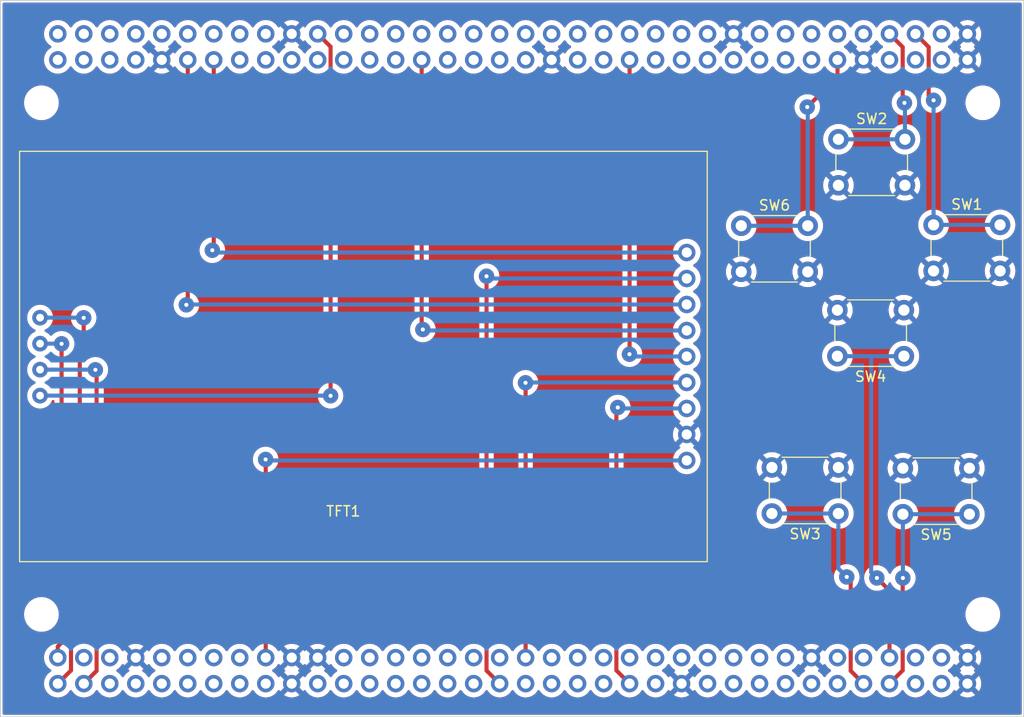
<source format=kicad_pcb>
(kicad_pcb (version 20221018) (generator pcbnew)
  (layers (0 "F.Cu" signal) (31 "B.Cu" signal) (34 "B.Paste" user) (35 "F.Paste" user) (36 "B.SilkS" user "B.Silkscreen") (37 "F.SilkS" user "F.Silkscreen") (38 "B.Mask" user) (39 "F.Mask" user) (44 "Edge.Cuts" user))
  (net 0 "")
  (net 14 "5V")
  (net 29 "LCD_RD")
  (net 31 "LCD_WR")
  (net 35 "LCD_CS")
  (net 47 "LCD_RST")
  (net 49 "sw1")
  (net 51 "sw2")
  (net 52 "sw6")
  (net 88 "LCD_RS")
  (net 94 "sw4")
  (net 96 "LCD_BL")
  (net 97 "sw5")
  (net 99 "sw3")
  (net 102 "GND")
  (net 103 "SPI_MISO")
  (net 104 "SPI_MOSI")
  (net 105 "PEN")
  (net 106 "F_CS")
  (net 107 "T_CS")
  (net 108 "SPI_CLK")
  (net 109 "SD_CS")
  (net 112 "D0")
  (net 113 "D1")
  (net 114 "D2")
  (net 115 "D3")
  (net 116 "D4")
  (net 117 "D5")
  (net 118 "D6")
  (net 119 "D7")
  (net 120 "D8")
  (net 121 "D9")
  (net 122 "D10")
  (net 123 "D11")
  (net 124 "D12")
  (net 125 "D13")
  (net 126 "D14")
  (net 127 "D15")
  (net 128 "SD_MOSI")
  (net 129 "SD_CLK")
  (net 130 "SD_MISO")
  (footprint "zombie_display:2.2_TFT_ILI9341_SPI" (layer "F.Cu") (at 183.365 74.787 180)
    (fp_text reference "TFT1" (at 35.56 -35.179) (layer "F.SilkS"))
    (fp_text value "2.2_TFT_ILI9341_SPI")
    (fp_line (start 0 -40.1) (end 67.2 -40.1) (stroke (width 0.12)) (layer "F.SilkS"))
    (fp_line (start 0 0) (end 0 -40.1) (stroke (width 0.12)) (layer "F.SilkS"))
    (fp_line (start 0 0) (end 67.2 0) (stroke (width 0.12)) (layer "F.SilkS"))
    (fp_line (start 67.2 0) (end 67.2 -40.1) (stroke (width 0.12)) (layer "F.SilkS"))
    (pad "1" thru_hole circle (at 2 -30.21) (size 1.7 1.7) (drill 1) (layers "*.Cu" "*.Mask") (net 14 "5V"))
    (pad "2" thru_hole circle (at 2 -27.67) (size 1.7 1.7) (drill 1) (layers "*.Cu" "*.Mask") (net 102 "GND"))
    (pad "3" thru_hole circle (at 2 -25.13) (size 1.7 1.7) (drill 1) (layers "*.Cu" "*.Mask") (net 35 "LCD_CS"))
    (pad "4" thru_hole circle (at 2 -22.59) (size 1.7 1.7) (drill 1) (layers "*.Cu" "*.Mask") (net 47 "LCD_RST"))
    (pad "5" thru_hole circle (at 2 -20.05) (size 1.7 1.7) (drill 1) (layers "*.Cu" "*.Mask") (net 88 "LCD_RS"))
    (pad "6" thru_hole circle (at 2 -17.51) (size 1.7 1.7) (drill 1) (layers "*.Cu" "*.Mask") (net 104 "SPI_MOSI"))
    (pad "7" thru_hole circle (at 2 -14.97) (size 1.7 1.7) (drill 1) (layers "*.Cu" "*.Mask") (net 108 "SPI_CLK"))
    (pad "8" thru_hole circle (at 2 -12.43) (size 1.7 1.7) (drill 1) (layers "*.Cu" "*.Mask") (net 96 "LCD_BL"))
    (pad "9" thru_hole circle (at 2 -9.89) (size 1.7 1.7) (drill 1) (layers "*.Cu" "*.Mask") (net 103 "SPI_MISO"))
    (pad "10" thru_hole circle (at 65.2 -23.876 180) (size 1.524 1.524) (drill 0.762) (layers "*.Cu" "*.Mask") (net 109 "SD_CS"))
    (pad "11" thru_hole circle (at 65.2 -21.336 180) (size 1.524 1.524) (drill 0.762) (layers "*.Cu" "*.Mask") (net 128 "SD_MOSI"))
    (pad "12" thru_hole circle (at 65.2 -18.796 180) (size 1.524 1.524) (drill 0.762) (layers "*.Cu" "*.Mask") (net 130 "SD_MISO"))
    (pad "13" thru_hole circle (at 65.2 -16.256 180) (size 1.524 1.524) (drill 0.762) (layers "*.Cu" "*.Mask") (net 129 "SD_CLK"))
  )
  (footprint "zombie_nucleo:ST_Morpho_Connector_144_Short" (layer "F.Cu") (at 119.9 126.808 90)
    (fp_text reference "U1" hide)
    (fp_text value "NUCLEO144" hide)
    (pad "1" thru_hole circle (at 0 0 90) (size 1.7 1.7) (drill 1) (layers "*.Cu" "*.Mask") (net 129 "SD_CLK"))
    (pad "2" thru_hole circle (at 2.54 0 90) (size 1.7 1.7) (drill 1) (layers "*.Cu" "*.Mask") (net 130 "SD_MISO"))
    (pad "3" thru_hole circle (at 0 2.54 90) (size 1.7 1.7) (drill 1) (layers "*.Cu" "*.Mask") (net 128 "SD_MOSI"))
    (pad "4" thru_hole circle (at 2.54 2.54 90) (size 1.7 1.7) (drill 1) (layers "*.Cu" "*.Mask"))
    (pad "5" thru_hole circle (at 0 5.08 90) (size 1.7 1.7) (drill 1) (layers "*.Cu" "*.Mask"))
    (pad "6" thru_hole circle (at 2.54 5.08 90) (size 1.7 1.7) (drill 1) (layers "*.Cu" "*.Mask"))
    (pad "7" thru_hole circle (at 0 7.62 90) (size 1.7 1.7) (drill 1) (layers "*.Cu" "*.Mask"))
    (pad "8" thru_hole circle (at 2.54 7.62 90) (size 1.7 1.7) (drill 1) (layers "*.Cu" "*.Mask") (net 102 "GND"))
    (pad "9" thru_hole circle (at 0 10.16 90) (size 1.7 1.7) (drill 1) (layers "*.Cu" "*.Mask"))
    (pad "10" thru_hole circle (at 2.54 10.16 90) (size 1.7 1.7) (drill 1) (layers "*.Cu" "*.Mask"))
    (pad "11" thru_hole circle (at 0 12.7 90) (size 1.7 1.7) (drill 1) (layers "*.Cu" "*.Mask"))
    (pad "12" thru_hole circle (at 2.54 12.7 90) (size 1.7 1.7) (drill 1) (layers "*.Cu" "*.Mask"))
    (pad "13" thru_hole circle (at 0 15.24 90) (size 1.7 1.7) (drill 1) (layers "*.Cu" "*.Mask"))
    (pad "14" thru_hole circle (at 2.54 15.24 90) (size 1.7 1.7) (drill 1) (layers "*.Cu" "*.Mask"))
    (pad "15" thru_hole circle (at 0 17.78 90) (size 1.7 1.7) (drill 1) (layers "*.Cu" "*.Mask"))
    (pad "16" thru_hole circle (at 2.54 17.78 90) (size 1.7 1.7) (drill 1) (layers "*.Cu" "*.Mask"))
    (pad "17" thru_hole circle (at 0 20.32 90) (size 1.7 1.7) (drill 1) (layers "*.Cu" "*.Mask"))
    (pad "18" thru_hole circle (at 2.54 20.32 90) (size 1.7 1.7) (drill 1) (layers "*.Cu" "*.Mask") (net 14 "5V"))
    (pad "19" thru_hole circle (at 0 22.86 90) (size 1.7 1.7) (drill 1) (layers "*.Cu" "*.Mask") (net 102 "GND"))
    (pad "20" thru_hole circle (at 2.54 22.86 90) (size 1.7 1.7) (drill 1) (layers "*.Cu" "*.Mask") (net 102 "GND"))
    (pad "21" thru_hole circle (at 0 25.4 90) (size 1.7 1.7) (drill 1) (layers "*.Cu" "*.Mask"))
    (pad "22" thru_hole circle (at 2.54 25.4 90) (size 1.7 1.7) (drill 1) (layers "*.Cu" "*.Mask") (net 102 "GND"))
    (pad "23" thru_hole circle (at 0 27.94 90) (size 1.7 1.7) (drill 1) (layers "*.Cu" "*.Mask"))
    (pad "24" thru_hole circle (at 2.54 27.94 90) (size 1.7 1.7) (drill 1) (layers "*.Cu" "*.Mask"))
    (pad "25" thru_hole circle (at 0 30.48 90) (size 1.7 1.7) (drill 1) (layers "*.Cu" "*.Mask"))
    (pad "26" thru_hole circle (at 2.54 30.48 90) (size 1.7 1.7) (drill 1) (layers "*.Cu" "*.Mask"))
    (pad "27" thru_hole circle (at 0 33.02 90) (size 1.7 1.7) (drill 1) (layers "*.Cu" "*.Mask"))
    (pad "28" thru_hole circle (at 2.54 33.02 90) (size 1.7 1.7) (drill 1) (layers "*.Cu" "*.Mask"))
    (pad "29" thru_hole circle (at 0 35.56 90) (size 1.7 1.7) (drill 1) (layers "*.Cu" "*.Mask"))
    (pad "30" thru_hole circle (at 2.54 35.56 90) (size 1.7 1.7) (drill 1) (layers "*.Cu" "*.Mask"))
    (pad "31" thru_hole circle (at 0 38.1 90) (size 1.7 1.7) (drill 1) (layers "*.Cu" "*.Mask"))
    (pad "32" thru_hole circle (at 2.54 38.1 90) (size 1.7 1.7) (drill 1) (layers "*.Cu" "*.Mask"))
    (pad "33" thru_hole circle (at 0 40.64 90) (size 1.7 1.7) (drill 1) (layers "*.Cu" "*.Mask"))
    (pad "34" thru_hole circle (at 2.54 40.64 90) (size 1.7 1.7) (drill 1) (layers "*.Cu" "*.Mask"))
    (pad "35" thru_hole circle (at 0 43.18 90) (size 1.7 1.7) (drill 1) (layers "*.Cu" "*.Mask") (net 96 "LCD_BL"))
    (pad "36" thru_hole circle (at 2.54 43.18 90) (size 1.7 1.7) (drill 1) (layers "*.Cu" "*.Mask"))
    (pad "37" thru_hole circle (at 0 45.72 90) (size 1.7 1.7) (drill 1) (layers "*.Cu" "*.Mask") (net 105 "PEN"))
    (pad "38" thru_hole circle (at 2.54 45.72 90) (size 1.7 1.7) (drill 1) (layers "*.Cu" "*.Mask") (net 47 "LCD_RST"))
    (pad "39" thru_hole circle (at 0 48.26 90) (size 1.7 1.7) (drill 1) (layers "*.Cu" "*.Mask") (net 29 "LCD_RD"))
    (pad "40" thru_hole circle (at 2.54 48.26 90) (size 1.7 1.7) (drill 1) (layers "*.Cu" "*.Mask"))
    (pad "41" thru_hole circle (at 0 50.8 90) (size 1.7 1.7) (drill 1) (layers "*.Cu" "*.Mask") (net 31 "LCD_WR"))
    (pad "42" thru_hole circle (at 2.54 50.8 90) (size 1.7 1.7) (drill 1) (layers "*.Cu" "*.Mask"))
    (pad "43" thru_hole circle (at 0 53.34 90) (size 1.7 1.7) (drill 1) (layers "*.Cu" "*.Mask"))
    (pad "44" thru_hole circle (at 2.54 53.34 90) (size 1.7 1.7) (drill 1) (layers "*.Cu" "*.Mask"))
    (pad "45" thru_hole circle (at 0 55.88 90) (size 1.7 1.7) (drill 1) (layers "*.Cu" "*.Mask") (net 35 "LCD_CS"))
    (pad "46" thru_hole circle (at 2.54 55.88 90) (size 1.7 1.7) (drill 1) (layers "*.Cu" "*.Mask"))
    (pad "47" thru_hole circle (at 0 58.42 90) (size 1.7 1.7) (drill 1) (layers "*.Cu" "*.Mask"))
    (pad "48" thru_hole circle (at 2.54 58.42 90) (size 1.7 1.7) (drill 1) (layers "*.Cu" "*.Mask"))
    (pad "49" thru_hole circle (at 0 60.96 90) (size 1.7 1.7) (drill 1) (layers "*.Cu" "*.Mask") (net 102 "GND"))
    (pad "50" thru_hole circle (at 2.54 60.96 90) (size 1.7 1.7) (drill 1) (layers "*.Cu" "*.Mask"))
    (pad "51" thru_hole circle (at 0 63.5 90) (size 1.7 1.7) (drill 1) (layers "*.Cu" "*.Mask"))
    (pad "52" thru_hole circle (at 2.54 63.5 90) (size 1.7 1.7) (drill 1) (layers "*.Cu" "*.Mask"))
    (pad "53" thru_hole circle (at 0 66.04 90) (size 1.7 1.7) (drill 1) (layers "*.Cu" "*.Mask"))
    (pad "54" thru_hole circle (at 2.54 66.04 90) (size 1.7 1.7) (drill 1) (layers "*.Cu" "*.Mask"))
    (pad "55" thru_hole circle (at 0 68.58 90) (size 1.7 1.7) (drill 1) (layers "*.Cu" "*.Mask") (net 115 "D3"))
    (pad "56" thru_hole circle (at 2.54 68.58 90) (size 1.7 1.7) (drill 1) (layers "*.Cu" "*.Mask"))
    (pad "57" thru_hole circle (at 0 71.12 90) (size 1.7 1.7) (drill 1) (layers "*.Cu" "*.Mask") (net 114 "D2"))
    (pad "58" thru_hole circle (at 2.54 71.12 90) (size 1.7 1.7) (drill 1) (layers "*.Cu" "*.Mask"))
    (pad "59" thru_hole circle (at 0 73.66 90) (size 1.7 1.7) (drill 1) (layers "*.Cu" "*.Mask"))
    (pad "60" thru_hole circle (at 2.54 73.66 90) (size 1.7 1.7) (drill 1) (layers "*.Cu" "*.Mask") (net 102 "GND"))
    (pad "61" thru_hole circle (at 0 76.2 90) (size 1.7 1.7) (drill 1) (layers "*.Cu" "*.Mask"))
    (pad "62" thru_hole circle (at 2.54 76.2 90) (size 1.7 1.7) (drill 1) (layers "*.Cu" "*.Mask"))
    (pad "63" thru_hole circle (at 0 78.74 90) (size 1.7 1.7) (drill 1) (layers "*.Cu" "*.Mask") (net 99 "sw3"))
    (pad "64" thru_hole circle (at 2.54 78.74 90) (size 1.7 1.7) (drill 1) (layers "*.Cu" "*.Mask"))
    (pad "65" thru_hole circle (at 0 81.28 90) (size 1.7 1.7) (drill 1) (layers "*.Cu" "*.Mask") (net 97 "sw5"))
    (pad "66" thru_hole circle (at 2.54 81.28 90) (size 1.7 1.7) (drill 1) (layers "*.Cu" "*.Mask") (net 94 "sw4"))
    (pad "67" thru_hole circle (at 0 83.82 90) (size 1.7 1.7) (drill 1) (layers "*.Cu" "*.Mask"))
    (pad "68" thru_hole circle (at 2.54 83.82 90) (size 1.7 1.7) (drill 1) (layers "*.Cu" "*.Mask"))
    (pad "69" thru_hole circle (at 0 86.36 90) (size 1.7 1.7) (drill 1) (layers "*.Cu" "*.Mask") (net 126 "D14"))
    (pad "70" thru_hole circle (at 2.54 86.36 90) (size 1.7 1.7) (drill 1) (layers "*.Cu" "*.Mask"))
    (pad "71" thru_hole circle (at 0 88.9 90) (size 1.7 1.7) (drill 1) (layers "*.Cu" "*.Mask") (net 102 "GND"))
    (pad "72" thru_hole circle (at 2.54 88.9 90) (size 1.7 1.7) (drill 1) (layers "*.Cu" "*.Mask") (net 102 "GND"))
    (pad "73" thru_hole circle (at 60.96 0 90) (size 1.7 1.7) (drill 1) (layers "*.Cu" "*.Mask"))
    (pad "74" thru_hole circle (at 63.5 0 90) (size 1.7 1.7) (drill 1) (layers "*.Cu" "*.Mask"))
    (pad "75" thru_hole circle (at 60.96 2.54 90) (size 1.7 1.7) (drill 1) (layers "*.Cu" "*.Mask"))
    (pad "76" thru_hole circle (at 63.5 2.54 90) (size 1.7 1.7) (drill 1) (layers "*.Cu" "*.Mask"))
    (pad "77" thru_hole circle (at 60.96 5.08 90) (size 1.7 1.7) (drill 1) (layers "*.Cu" "*.Mask"))
    (pad "78" thru_hole circle (at 63.5 5.08 90) (size 1.7 1.7) (drill 1) (layers "*.Cu" "*.Mask"))
    (pad "79" thru_hole circle (at 60.96 7.62 90) (size 1.7 1.7) (drill 1) (layers "*.Cu" "*.Mask"))
    (pad "80" thru_hole circle (at 63.5 7.62 90) (size 1.7 1.7) (drill 1) (layers "*.Cu" "*.Mask"))
    (pad "81" thru_hole circle (at 60.96 10.16 90) (size 1.7 1.7) (drill 1) (layers "*.Cu" "*.Mask") (net 102 "GND"))
    (pad "82" thru_hole circle (at 63.5 10.16 90) (size 1.7 1.7) (drill 1) (layers "*.Cu" "*.Mask") (net 125 "D13"))
    (pad "83" thru_hole circle (at 60.96 12.7 90) (size 1.7 1.7) (drill 1) (layers "*.Cu" "*.Mask") (net 108 "SPI_CLK"))
    (pad "84" thru_hole circle (at 63.5 12.7 90) (size 1.7 1.7) (drill 1) (layers "*.Cu" "*.Mask"))
    (pad "85" thru_hole circle (at 60.96 15.24 90) (size 1.7 1.7) (drill 1) (layers "*.Cu" "*.Mask") (net 103 "SPI_MISO"))
    (pad "86" thru_hole circle (at 63.5 15.24 90) (size 1.7 1.7) (drill 1) (layers "*.Cu" "*.Mask"))
    (pad "87" thru_hole circle (at 60.96 17.78 90) (size 1.7 1.7) (drill 1) (layers "*.Cu" "*.Mask"))
    (pad "88" thru_hole circle (at 63.5 17.78 90) (size 1.7 1.7) (drill 1) (layers "*.Cu" "*.Mask"))
    (pad "89" thru_hole circle (at 60.96 20.32 90) (size 1.7 1.7) (drill 1) (layers "*.Cu" "*.Mask"))
    (pad "90" thru_hole circle (at 63.5 20.32 90) (size 1.7 1.7) (drill 1) (layers "*.Cu" "*.Mask"))
    (pad "91" thru_hole circle (at 60.96 22.86 90) (size 1.7 1.7) (drill 1) (layers "*.Cu" "*.Mask"))
    (pad "92" thru_hole circle (at 63.5 22.86 90) (size 1.7 1.7) (drill 1) (layers "*.Cu" "*.Mask") (net 102 "GND"))
    (pad "93" thru_hole circle (at 60.96 25.4 90) (size 1.7 1.7) (drill 1) (layers "*.Cu" "*.Mask"))
    (pad "94" thru_hole circle (at 63.5 25.4 90) (size 1.7 1.7) (drill 1) (layers "*.Cu" "*.Mask") (net 109 "SD_CS"))
    (pad "95" thru_hole circle (at 60.96 27.94 90) (size 1.7 1.7) (drill 1) (layers "*.Cu" "*.Mask"))
    (pad "96" thru_hole circle (at 63.5 27.94 90) (size 1.7 1.7) (drill 1) (layers "*.Cu" "*.Mask") (net 106 "F_CS"))
    (pad "97" thru_hole circle (at 60.96 30.48 90) (size 1.7 1.7) (drill 1) (layers "*.Cu" "*.Mask"))
    (pad "98" thru_hole circle (at 63.5 30.48 90) (size 1.7 1.7) (drill 1) (layers "*.Cu" "*.Mask"))
    (pad "99" thru_hole circle (at 60.96 33.02 90) (size 1.7 1.7) (drill 1) (layers "*.Cu" "*.Mask"))
    (pad "100" thru_hole circle (at 63.5 33.02 90) (size 1.7 1.7) (drill 1) (layers "*.Cu" "*.Mask"))
    (pad "101" thru_hole circle (at 60.96 35.56 90) (size 1.7 1.7) (drill 1) (layers "*.Cu" "*.Mask") (net 104 "SPI_MOSI"))
    (pad "102" thru_hole circle (at 63.5 35.56 90) (size 1.7 1.7) (drill 1) (layers "*.Cu" "*.Mask"))
    (pad "103" thru_hole circle (at 60.96 38.1 90) (size 1.7 1.7) (drill 1) (layers "*.Cu" "*.Mask"))
    (pad "104" thru_hole circle (at 63.5 38.1 90) (size 1.7 1.7) (drill 1) (layers "*.Cu" "*.Mask"))
    (pad "105" thru_hole circle (at 60.96 40.64 90) (size 1.7 1.7) (drill 1) (layers "*.Cu" "*.Mask"))
    (pad "106" thru_hole circle (at 63.5 40.64 90) (size 1.7 1.7) (drill 1) (layers "*.Cu" "*.Mask"))
    (pad "107" thru_hole circle (at 60.96 43.18 90) (size 1.7 1.7) (drill 1) (layers "*.Cu" "*.Mask"))
    (pad "108" thru_hole circle (at 63.5 43.18 90) (size 1.7 1.7) (drill 1) (layers "*.Cu" "*.Mask"))
    (pad "109" thru_hole circle (at 60.96 45.72 90) (size 1.7 1.7) (drill 1) (layers "*.Cu" "*.Mask") (net 107 "T_CS"))
    (pad "110" thru_hole circle (at 63.5 45.72 90) (size 1.7 1.7) (drill 1) (layers "*.Cu" "*.Mask"))
    (pad "111" thru_hole circle (at 60.96 48.26 90) (size 1.7 1.7) (drill 1) (layers "*.Cu" "*.Mask") (net 102 "GND"))
    (pad "112" thru_hole circle (at 63.5 48.26 90) (size 1.7 1.7) (drill 1) (layers "*.Cu" "*.Mask") (net 117 "D5"))
    (pad "113" thru_hole circle (at 60.96 50.8 90) (size 1.7 1.7) (drill 1) (layers "*.Cu" "*.Mask"))
    (pad "114" thru_hole circle (at 63.5 50.8 90) (size 1.7 1.7) (drill 1) (layers "*.Cu" "*.Mask"))
    (pad "115" thru_hole circle (at 60.96 53.34 90) (size 1.7 1.7) (drill 1) (layers "*.Cu" "*.Mask"))
    (pad "116" thru_hole circle (at 63.5 53.34 90) (size 1.7 1.7) (drill 1) (layers "*.Cu" "*.Mask") (net 116 "D4"))
    (pad "117" thru_hole circle (at 60.96 55.88 90) (size 1.7 1.7) (drill 1) (layers "*.Cu" "*.Mask") (net 88 "LCD_RS"))
    (pad "118" thru_hole circle (at 63.5 55.88 90) (size 1.7 1.7) (drill 1) (layers "*.Cu" "*.Mask") (net 112 "D0"))
    (pad "119" thru_hole circle (at 60.96 58.42 90) (size 1.7 1.7) (drill 1) (layers "*.Cu" "*.Mask") (net 119 "D7"))
    (pad "120" thru_hole circle (at 63.5 58.42 90) (size 1.7 1.7) (drill 1) (layers "*.Cu" "*.Mask") (net 113 "D1"))
    (pad "121" thru_hole circle (at 60.96 60.96 90) (size 1.7 1.7) (drill 1) (layers "*.Cu" "*.Mask") (net 121 "D9"))
    (pad "122" thru_hole circle (at 63.5 60.96 90) (size 1.7 1.7) (drill 1) (layers "*.Cu" "*.Mask"))
    (pad "123" thru_hole circle (at 60.96 63.5 90) (size 1.7 1.7) (drill 1) (layers "*.Cu" "*.Mask") (net 123 "D11"))
    (pad "124" thru_hole circle (at 63.5 63.5 90) (size 1.7 1.7) (drill 1) (layers "*.Cu" "*.Mask") (net 118 "D6"))
    (pad "125" thru_hole circle (at 60.96 66.04 90) (size 1.7 1.7) (drill 1) (layers "*.Cu" "*.Mask") (net 124 "D12"))
    (pad "126" thru_hole circle (at 63.5 66.04 90) (size 1.7 1.7) (drill 1) (layers "*.Cu" "*.Mask") (net 102 "GND"))
    (pad "127" thru_hole circle (at 60.96 68.58 90) (size 1.7 1.7) (drill 1) (layers "*.Cu" "*.Mask") (net 122 "D10"))
    (pad "128" thru_hole circle (at 63.5 68.58 90) (size 1.7 1.7) (drill 1) (layers "*.Cu" "*.Mask") (net 120 "D8"))
    (pad "129" thru_hole circle (at 60.96 71.12 90) (size 1.7 1.7) (drill 1) (layers "*.Cu" "*.Mask"))
    (pad "130" thru_hole circle (at 63.5 71.12 90) (size 1.7 1.7) (drill 1) (layers "*.Cu" "*.Mask"))
    (pad "131" thru_hole circle (at 60.96 73.66 90) (size 1.7 1.7) (drill 1) (layers "*.Cu" "*.Mask"))
    (pad "132" thru_hole circle (at 63.5 73.66 90) (size 1.7 1.7) (drill 1) (layers "*.Cu" "*.Mask"))
    (pad "133" thru_hole circle (at 60.96 76.2 90) (size 1.7 1.7) (drill 1) (layers "*.Cu" "*.Mask") (net 52 "sw6"))
    (pad "134" thru_hole circle (at 63.5 76.2 90) (size 1.7 1.7) (drill 1) (layers "*.Cu" "*.Mask"))
    (pad "135" thru_hole circle (at 60.96 78.74 90) (size 1.7 1.7) (drill 1) (layers "*.Cu" "*.Mask") (net 102 "GND"))
    (pad "136" thru_hole circle (at 63.5 78.74 90) (size 1.7 1.7) (drill 1) (layers "*.Cu" "*.Mask"))
    (pad "137" thru_hole circle (at 60.96 81.28 90) (size 1.7 1.7) (drill 1) (layers "*.Cu" "*.Mask") (net 127 "D15"))
    (pad "138" thru_hole circle (at 63.5 81.28 90) (size 1.7 1.7) (drill 1) (layers "*.Cu" "*.Mask") (net 51 "sw2"))
    (pad "139" thru_hole circle (at 60.96 83.82 90) (size 1.7 1.7) (drill 1) (layers "*.Cu" "*.Mask"))
    (pad "140" thru_hole circle (at 63.5 83.82 90) (size 1.7 1.7) (drill 1) (layers "*.Cu" "*.Mask") (net 49 "sw1"))
    (pad "141" thru_hole circle (at 60.96 86.36 90) (size 1.7 1.7) (drill 1) (layers "*.Cu" "*.Mask"))
    (pad "142" thru_hole circle (at 63.5 86.36 90) (size 1.7 1.7) (drill 1) (layers "*.Cu" "*.Mask"))
    (pad "143" thru_hole circle (at 60.96 88.9 90) (size 1.7 1.7) (drill 1) (layers "*.Cu" "*.Mask") (net 102 "GND"))
    (pad "144" thru_hole circle (at 63.5 88.9 90) (size 1.7 1.7) (drill 1) (layers "*.Cu" "*.Mask") (net 102 "GND"))
  )
  (footprint "MountingHole:MountingHole_3mm" (layer "F.Cu") (at 210.3 70.048 180)
    (fp_text reference "REF**" hide)
    (fp_text value "MountingHole_3mm" hide)
    (pad "" np_thru_hole circle (at 0 0 180) (size 3 3) (drill 3) (layers "*.Cu" "*.Mask"))
  )
  (footprint "Button_Switch_THT:SW_PUSH_6mm" (layer "F.Cu") (at 196.192 73.6092)
    (fp_text reference "SW2" (at 3.25 -2) (layer "F.SilkS"))
    (fp_text value "SW_Push")
    (fp_line (start -0.25 1.5) (end -0.25 3) (stroke (width 0.12)) (layer "F.SilkS"))
    (fp_line (start 1 5.5) (end 5.5 5.5) (stroke (width 0.12)) (layer "F.SilkS"))
    (fp_line (start 5.5 -1) (end 1 -1) (stroke (width 0.12)) (layer "F.SilkS"))
    (fp_line (start 6.75 3) (end 6.75 1.5) (stroke (width 0.12)) (layer "F.SilkS"))
    (pad "1" thru_hole circle (at 0 0 90) (size 2 2) (drill 1.1) (layers "*.Cu" "*.Mask") (net 51 "sw2"))
    (pad "1" thru_hole circle (at 6.5 0 90) (size 2 2) (drill 1.1) (layers "*.Cu" "*.Mask") (net 51 "sw2"))
    (pad "2" thru_hole circle (at 0 4.5 90) (size 2 2) (drill 1.1) (layers "*.Cu" "*.Mask") (net 102 "GND"))
    (pad "2" thru_hole circle (at 6.5 4.5 90) (size 2 2) (drill 1.1) (layers "*.Cu" "*.Mask") (net 102 "GND"))
  )
  (footprint "Button_Switch_THT:SW_PUSH_6mm" (layer "F.Cu") (at 202.5892 94.8076 180)
    (fp_text reference "SW4" (at 3.25 -2) (layer "F.SilkS"))
    (fp_text value "SW_Push")
    (fp_line (start -0.25 1.5) (end -0.25 3) (stroke (width 0.12)) (layer "F.SilkS"))
    (fp_line (start 1 5.5) (end 5.5 5.5) (stroke (width 0.12)) (layer "F.SilkS"))
    (fp_line (start 5.5 -1) (end 1 -1) (stroke (width 0.12)) (layer "F.SilkS"))
    (fp_line (start 6.75 3) (end 6.75 1.5) (stroke (width 0.12)) (layer "F.SilkS"))
    (pad "1" thru_hole circle (at 0 0 270) (size 2 2) (drill 1.1) (layers "*.Cu" "*.Mask") (net 94 "sw4"))
    (pad "1" thru_hole circle (at 6.5 0 270) (size 2 2) (drill 1.1) (layers "*.Cu" "*.Mask") (net 94 "sw4"))
    (pad "2" thru_hole circle (at 0 4.5 270) (size 2 2) (drill 1.1) (layers "*.Cu" "*.Mask") (net 102 "GND"))
    (pad "2" thru_hole circle (at 6.5 4.5 270) (size 2 2) (drill 1.1) (layers "*.Cu" "*.Mask") (net 102 "GND"))
  )
  (footprint "Button_Switch_THT:SW_PUSH_6mm" (layer "F.Cu") (at 208.99 110.2508 180)
    (fp_text reference "SW5" (at 3.25 -2) (layer "F.SilkS"))
    (fp_text value "SW_Push")
    (fp_line (start -0.25 1.5) (end -0.25 3) (stroke (width 0.12)) (layer "F.SilkS"))
    (fp_line (start 1 5.5) (end 5.5 5.5) (stroke (width 0.12)) (layer "F.SilkS"))
    (fp_line (start 5.5 -1) (end 1 -1) (stroke (width 0.12)) (layer "F.SilkS"))
    (fp_line (start 6.75 3) (end 6.75 1.5) (stroke (width 0.12)) (layer "F.SilkS"))
    (pad "1" thru_hole circle (at 0 0 270) (size 2 2) (drill 1.1) (layers "*.Cu" "*.Mask") (net 97 "sw5"))
    (pad "1" thru_hole circle (at 6.5 0 270) (size 2 2) (drill 1.1) (layers "*.Cu" "*.Mask") (net 97 "sw5"))
    (pad "2" thru_hole circle (at 0 4.5 270) (size 2 2) (drill 1.1) (layers "*.Cu" "*.Mask") (net 102 "GND"))
    (pad "2" thru_hole circle (at 6.5 4.5 270) (size 2 2) (drill 1.1) (layers "*.Cu" "*.Mask") (net 102 "GND"))
  )
  (footprint "Button_Switch_THT:SW_PUSH_6mm" (layer "F.Cu") (at 196.1872 110.1852 180)
    (fp_text reference "SW3" (at 3.25 -2) (layer "F.SilkS"))
    (fp_text value "SW_Push")
    (fp_line (start -0.25 1.5) (end -0.25 3) (stroke (width 0.12)) (layer "F.SilkS"))
    (fp_line (start 1 5.5) (end 5.5 5.5) (stroke (width 0.12)) (layer "F.SilkS"))
    (fp_line (start 5.5 -1) (end 1 -1) (stroke (width 0.12)) (layer "F.SilkS"))
    (fp_line (start 6.75 3) (end 6.75 1.5) (stroke (width 0.12)) (layer "F.SilkS"))
    (pad "1" thru_hole circle (at 0 0 270) (size 2 2) (drill 1.1) (layers "*.Cu" "*.Mask") (net 99 "sw3"))
    (pad "1" thru_hole circle (at 6.5 0 270) (size 2 2) (drill 1.1) (layers "*.Cu" "*.Mask") (net 99 "sw3"))
    (pad "2" thru_hole circle (at 0 4.5 270) (size 2 2) (drill 1.1) (layers "*.Cu" "*.Mask") (net 102 "GND"))
    (pad "2" thru_hole circle (at 6.5 4.5 270) (size 2 2) (drill 1.1) (layers "*.Cu" "*.Mask") (net 102 "GND"))
  )
  (footprint "MountingHole:MountingHole_3mm" (layer "F.Cu") (at 210.3 120.048 180)
    (fp_text reference "REF**" hide)
    (fp_text value "MountingHole_3mm" hide)
    (pad "" np_thru_hole circle (at 0 0 180) (size 3 3) (drill 3) (layers "*.Cu" "*.Mask"))
  )
  (footprint "Button_Switch_THT:SW_PUSH_6mm" (layer "F.Cu") (at 205.4872 81.9764)
    (fp_text reference "SW1" (at 3.25 -2) (layer "F.SilkS"))
    (fp_text value "SW_Push")
    (fp_line (start -0.25 1.5) (end -0.25 3) (stroke (width 0.12)) (layer "F.SilkS"))
    (fp_line (start 1 5.5) (end 5.5 5.5) (stroke (width 0.12)) (layer "F.SilkS"))
    (fp_line (start 5.5 -1) (end 1 -1) (stroke (width 0.12)) (layer "F.SilkS"))
    (fp_line (start 6.75 3) (end 6.75 1.5) (stroke (width 0.12)) (layer "F.SilkS"))
    (pad "1" thru_hole circle (at 0 0 90) (size 2 2) (drill 1.1) (layers "*.Cu" "*.Mask") (net 49 "sw1"))
    (pad "1" thru_hole circle (at 6.5 0 90) (size 2 2) (drill 1.1) (layers "*.Cu" "*.Mask") (net 49 "sw1"))
    (pad "2" thru_hole circle (at 0 4.5 90) (size 2 2) (drill 1.1) (layers "*.Cu" "*.Mask") (net 102 "GND"))
    (pad "2" thru_hole circle (at 6.5 4.5 90) (size 2 2) (drill 1.1) (layers "*.Cu" "*.Mask") (net 102 "GND"))
  )
  (footprint "MountingHole:MountingHole_3mm" (layer "F.Cu") (at 118.3 70.048 180)
    (fp_text reference "REF**" hide)
    (fp_text value "MountingHole_3mm" hide)
    (pad "" np_thru_hole circle (at 0 0 180) (size 3 3) (drill 3) (layers "*.Cu" "*.Mask"))
  )
  (footprint "MountingHole:MountingHole_3mm" (layer "F.Cu") (at 118.3 120.048 180)
    (fp_text reference "REF**" hide)
    (fp_text value "MountingHole_3mm" hide)
    (pad "" np_thru_hole circle (at 0 0 180) (size 3 3) (drill 3) (layers "*.Cu" "*.Mask"))
  )
  (footprint "Button_Switch_THT:SW_PUSH_6mm" (layer "F.Cu") (at 186.6924 82.0632)
    (fp_text reference "SW6" (at 3.25 -2) (layer "F.SilkS"))
    (fp_text value "SW_Push")
    (fp_line (start -0.25 1.5) (end -0.25 3) (stroke (width 0.12)) (layer "F.SilkS"))
    (fp_line (start 1 5.5) (end 5.5 5.5) (stroke (width 0.12)) (layer "F.SilkS"))
    (fp_line (start 5.5 -1) (end 1 -1) (stroke (width 0.12)) (layer "F.SilkS"))
    (fp_line (start 6.75 3) (end 6.75 1.5) (stroke (width 0.12)) (layer "F.SilkS"))
    (pad "1" thru_hole circle (at 0 0 90) (size 2 2) (drill 1.1) (layers "*.Cu" "*.Mask") (net 52 "sw6"))
    (pad "1" thru_hole circle (at 6.5 0 90) (size 2 2) (drill 1.1) (layers "*.Cu" "*.Mask") (net 52 "sw6"))
    (pad "2" thru_hole circle (at 0 4.5 90) (size 2 2) (drill 1.1) (layers "*.Cu" "*.Mask") (net 102 "GND"))
    (pad "2" thru_hole circle (at 6.5 4.5 90) (size 2 2) (drill 1.1) (layers "*.Cu" "*.Mask") (net 102 "GND"))
  )
  (gr_rect (start 114.3 60.048) (end 214.3 130.048) (stroke (width 0.1)) (fill none) (layer "Edge.Cuts"))
  (segment (start 140.208 104.902) (end 140.22 104.914) (width 0.4) (layer "F.Cu") (net 14))
  (segment (start 140.22 104.914) (end 140.22 124.268) (width 0.4) (layer "F.Cu") (net 14))
  (via (at 140.208 104.902) (size 1.5) (drill 0.4) (layers "F.Cu" "B.Cu") (net 14))
  (segment (start 181.365 104.997) (end 140.303 104.997) (width 0.4) (layer "B.Cu") (net 14))
  (segment (start 140.303 104.997) (end 140.208 104.902) (width 0.4) (layer "B.Cu") (net 14))
  (segment (start 174.625 99.822) (end 174.49 99.957) (width 0.4) (layer "F.Cu") (net 35))
  (segment (start 174.49 125.518) (end 175.78 126.808) (width 0.4) (layer "F.Cu") (net 35))
  (segment (start 174.49 99.957) (end 174.49 125.518) (width 0.4) (layer "F.Cu") (net 35))
  (via (at 174.625 99.822) (size 1.5) (drill 0.4) (layers "F.Cu" "B.Cu") (net 35))
  (segment (start 181.365 99.917) (end 174.72 99.917) (width 0.4) (layer "B.Cu") (net 35))
  (segment (start 174.72 99.917) (end 174.625 99.822) (width 0.4) (layer "B.Cu") (net 35))
  (segment (start 165.608 97.409) (end 165.62 97.421) (width 0.4) (layer "F.Cu") (net 47))
  (segment (start 165.62 97.421) (end 165.62 124.268) (width 0.4) (layer "F.Cu") (net 47))
  (via (at 165.608 97.409) (size 1.5) (drill 0.4) (layers "F.Cu" "B.Cu") (net 47))
  (segment (start 181.365 97.377) (end 165.64 97.377) (width 0.4) (layer "B.Cu") (net 47))
  (segment (start 165.64 97.377) (end 165.608 97.409) (width 0.4) (layer "B.Cu") (net 47))
  (segment (start 205.486 69.7992) (end 205.01 69.3232) (width 0.4) (layer "F.Cu") (net 49))
  (segment (start 205.01 69.3232) (end 205.01 64.598) (width 0.4) (layer "F.Cu") (net 49))
  (segment (start 205.01 64.598) (end 203.72 63.308) (width 0.4) (layer "F.Cu") (net 49))
  (via (at 205.486 69.7992) (size 1.5) (drill 0.4) (layers "F.Cu" "B.Cu") (net 49))
  (segment (start 205.4872 69.8004) (end 205.486 69.7992) (width 0.4) (layer "B.Cu") (net 49))
  (segment (start 205.4872 81.9764) (end 205.4872 69.8004) (width 0.4) (layer "B.Cu") (net 49))
  (segment (start 211.9872 81.9764) (end 205.4872 81.9764) (width 0.4) (layer "B.Cu") (net 49))
  (segment (start 202.47 64.598) (end 201.18 63.308) (width 0.4) (layer "F.Cu") (net 51))
  (segment (start 202.6412 70.0532) (end 202.47 69.882) (width 0.4) (layer "F.Cu") (net 51))
  (segment (start 202.47 69.882) (end 202.47 64.598) (width 0.4) (layer "F.Cu") (net 51))
  (via (at 202.6412 70.0532) (size 1.5) (drill 0.4) (layers "F.Cu" "B.Cu") (net 51))
  (segment (start 202.692 70.104) (end 202.6412 70.0532) (width 0.4) (layer "B.Cu") (net 51))
  (segment (start 202.692 73.6092) (end 196.192 73.6092) (width 0.4) (layer "B.Cu") (net 51))
  (segment (start 202.692 73.6092) (end 202.692 70.104) (width 0.4) (layer "B.Cu") (net 51))
  (segment (start 196.1 67.5012) (end 196.1 65.848) (width 0.4) (layer "F.Cu") (net 52))
  (segment (start 193.1416 70.4596) (end 196.1 67.5012) (width 0.4) (layer "F.Cu") (net 52))
  (via (at 193.1416 70.4596) (size 1.5) (drill 0.4) (layers "F.Cu" "B.Cu") (net 52))
  (segment (start 193.1924 70.5104) (end 193.1416 70.4596) (width 0.4) (layer "B.Cu") (net 52))
  (segment (start 193.1924 82.0632) (end 193.1924 70.5104) (width 0.4) (layer "B.Cu") (net 52))
  (segment (start 186.6924 82.0632) (end 193.1924 82.0632) (width 0.4) (layer "B.Cu") (net 52))
  (segment (start 175.768 94.615) (end 175.78 94.603) (width 0.4) (layer "F.Cu") (net 88))
  (segment (start 175.78 94.603) (end 175.78 65.848) (width 0.4) (layer "F.Cu") (net 88))
  (via (at 175.768 94.615) (size 1.5) (drill 0.4) (layers "F.Cu" "B.Cu") (net 88))
  (segment (start 181.365 94.837) (end 175.99 94.837) (width 0.4) (layer "B.Cu") (net 88))
  (segment (start 175.99 94.837) (end 175.768 94.615) (width 0.4) (layer "B.Cu") (net 88))
  (segment (start 201.18 117.7156) (end 201.18 124.268) (width 0.4) (layer "F.Cu") (net 94))
  (segment (start 199.9488 116.4844) (end 201.18 117.7156) (width 0.4) (layer "F.Cu") (net 94))
  (via (at 199.9488 116.4844) (size 1.5) (drill 0.4) (layers "F.Cu" "B.Cu") (net 94))
  (segment (start 199.39 94.8076) (end 196.0892 94.8076) (width 0.4) (layer "B.Cu") (net 94))
  (segment (start 199.39 115.9256) (end 199.9488 116.4844) (width 0.4) (layer "B.Cu") (net 94))
  (segment (start 199.39 94.8076) (end 199.39 115.9256) (width 0.4) (layer "B.Cu") (net 94))
  (segment (start 202.5892 94.8076) (end 199.39 94.8076) (width 0.4) (layer "B.Cu") (net 94))
  (segment (start 161.798 125.526) (end 163.08 126.808) (width 0.4) (layer "F.Cu") (net 96))
  (segment (start 161.798 86.995) (end 161.798 125.526) (width 0.4) (layer "F.Cu") (net 96))
  (via (at 161.798 86.995) (size 1.5) (drill 0.4) (layers "F.Cu" "B.Cu") (net 96))
  (segment (start 162.02 87.217) (end 161.798 86.995) (width 0.4) (layer "B.Cu") (net 96))
  (segment (start 181.365 87.217) (end 162.02 87.217) (width 0.4) (layer "B.Cu") (net 96))
  (segment (start 202.47 125.518) (end 201.18 126.808) (width 0.4) (layer "F.Cu") (net 97))
  (segment (start 202.4888 116.4844) (end 202.47 116.5032) (width 0.4) (layer "F.Cu") (net 97))
  (segment (start 202.47 116.5032) (end 202.47 125.518) (width 0.4) (layer "F.Cu") (net 97))
  (via (at 202.4888 116.4844) (size 1.5) (drill 0.4) (layers "F.Cu" "B.Cu") (net 97))
  (segment (start 202.49 116.4832) (end 202.4888 116.4844) (width 0.4) (layer "B.Cu") (net 97))
  (segment (start 202.49 110.2508) (end 202.49 116.4832) (width 0.4) (layer "B.Cu") (net 97))
  (segment (start 208.99 110.2508) (end 202.49 110.2508) (width 0.4) (layer "B.Cu") (net 97))
  (segment (start 197.39 116.7704) (end 197.39 125.558) (width 0.4) (layer "F.Cu") (net 99))
  (segment (start 197.0024 116.3828) (end 197.39 116.7704) (width 0.4) (layer "F.Cu") (net 99))
  (segment (start 197.39 125.558) (end 198.64 126.808) (width 0.4) (layer "F.Cu") (net 99))
  (via (at 197.0024 116.3828) (size 1.5) (drill 0.4) (layers "F.Cu" "B.Cu") (net 99))
  (segment (start 196.1872 110.1852) (end 196.1872 115.5676) (width 0.4) (layer "B.Cu") (net 99))
  (segment (start 196.1872 115.5676) (end 197.0024 116.3828) (width 0.4) (layer "B.Cu") (net 99))
  (segment (start 189.6872 110.1852) (end 196.1872 110.1852) (width 0.4) (layer "B.Cu") (net 99))
  (segment (start 135.001 84.455) (end 135.14 84.316) (width 0.4) (layer "F.Cu") (net 103))
  (segment (start 135.14 84.316) (end 135.14 65.848) (width 0.4) (layer "F.Cu") (net 103))
  (via (at 135.001 84.455) (size 1.5) (drill 0.4) (layers "F.Cu" "B.Cu") (net 103))
  (segment (start 135.223 84.677) (end 135.001 84.455) (width 0.4) (layer "B.Cu") (net 103))
  (segment (start 181.365 84.677) (end 135.223 84.677) (width 0.4) (layer "B.Cu") (net 103))
  (segment (start 155.575 92.202) (end 155.46 92.087) (width 0.4) (layer "F.Cu") (net 104))
  (segment (start 155.46 92.087) (end 155.46 65.848) (width 0.4) (layer "F.Cu") (net 104))
  (via (at 155.575 92.202) (size 1.5) (drill 0.4) (layers "F.Cu" "B.Cu") (net 104))
  (segment (start 181.365 92.297) (end 155.67 92.297) (width 0.4) (layer "B.Cu") (net 104))
  (segment (start 155.67 92.297) (end 155.575 92.202) (width 0.4) (layer "B.Cu") (net 104))
  (segment (start 132.6 89.65) (end 132.6 65.848) (width 0.4) (layer "F.Cu") (net 108))
  (segment (start 132.461 89.789) (end 132.6 89.65) (width 0.4) (layer "F.Cu") (net 108))
  (via (at 132.461 89.789) (size 1.5) (drill 0.4) (layers "F.Cu" "B.Cu") (net 108))
  (segment (start 132.493 89.757) (end 132.461 89.789) (width 0.4) (layer "B.Cu") (net 108))
  (segment (start 181.365 89.757) (end 132.493 89.757) (width 0.4) (layer "B.Cu") (net 108))
  (segment (start 146.558 98.679) (end 146.558 64.566) (width 0.4) (layer "F.Cu") (net 109))
  (segment (start 146.558 64.566) (end 145.3 63.308) (width 0.4) (layer "F.Cu") (net 109))
  (via (at 146.558 98.679) (size 1.5) (drill 0.4) (layers "F.Cu" "B.Cu") (net 109))
  (segment (start 118.165 98.663) (end 146.542 98.663) (width 0.4) (layer "B.Cu") (net 109))
  (segment (start 146.542 98.663) (end 146.558 98.679) (width 0.4) (layer "B.Cu") (net 109))
  (segment (start 123.571 96.139) (end 123.69 96.258) (width 0.4) (layer "F.Cu") (net 128))
  (segment (start 123.69 96.258) (end 123.69 125.558) (width 0.4) (layer "F.Cu") (net 128))
  (segment (start 123.69 125.558) (end 122.44 126.808) (width 0.4) (layer "F.Cu") (net 128))
  (via (at 123.571 96.139) (size 1.5) (drill 0.4) (layers "F.Cu" "B.Cu") (net 128))
  (segment (start 123.555 96.123) (end 123.571 96.139) (width 0.4) (layer "B.Cu") (net 128))
  (segment (start 118.165 96.123) (end 123.555 96.123) (width 0.4) (layer "B.Cu") (net 128))
  (segment (start 122.047 116.84) (end 122.428 117.221) (width 0.4) (layer "F.Cu") (net 129))
  (segment (start 122.047 93.447346) (end 122.047 116.84) (width 0.4) (layer "F.Cu") (net 129))
  (segment (start 122.428 93.066346) (end 122.047 93.447346) (width 0.4) (layer "F.Cu") (net 129))
  (segment (start 122.428 117.221) (end 122.428 121.92) (width 0.4) (layer "F.Cu") (net 129))
  (segment (start 121.19 123.158) (end 121.19 125.518) (width 0.4) (layer "F.Cu") (net 129))
  (segment (start 122.428 121.92) (end 121.19 123.158) (width 0.4) (layer "F.Cu") (net 129))
  (segment (start 122.428 91.059) (end 122.428 93.066346) (width 0.4) (layer "F.Cu") (net 129))
  (segment (start 121.19 125.518) (end 119.9 126.808) (width 0.4) (layer "F.Cu") (net 129))
  (via (at 122.428 91.059) (size 1.5) (drill 0.4) (layers "F.Cu" "B.Cu") (net 129))
  (segment (start 122.412 91.043) (end 122.428 91.059) (width 0.4) (layer "B.Cu") (net 129))
  (segment (start 118.165 91.043) (end 122.412 91.043) (width 0.4) (layer "B.Cu") (net 129))
  (segment (start 121.412 118.11) (end 121.412 121.666) (width 0.4) (layer "F.Cu") (net 130))
  (segment (start 119.9 123.178) (end 119.9 124.268) (width 0.4) (layer "F.Cu") (net 130))
  (segment (start 120.269 116.967) (end 121.412 118.11) (width 0.4) (layer "F.Cu") (net 130))
  (segment (start 120.269 93.599) (end 120.269 116.967) (width 0.4) (layer "F.Cu") (net 130))
  (segment (start 121.412 121.666) (end 119.9 123.178) (width 0.4) (layer "F.Cu") (net 130))
  (via (at 120.269 93.599) (size 1.5) (drill 0.4) (layers "F.Cu" "B.Cu") (net 130))
  (segment (start 120.253 93.583) (end 120.269 93.599) (width 0.4) (layer "B.Cu") (net 130))
  (segment (start 118.165 93.583) (end 120.253 93.583) (width 0.4) (layer "B.Cu") (net 130))
  (zone (net 102) (net_name "GND") (layers "F&B.Cu") (connect_pads (clearance 0.5)) (min_thickness 0.25) (fill yes (thermal_gap 0.5) (thermal_bridge_width 0.5))
    (polygon (pts (xy 214.3 60.048) (xy 114.3 60.048) (xy 114.3 130.048) (xy 214.3 130.048)))
  )
)
</source>
